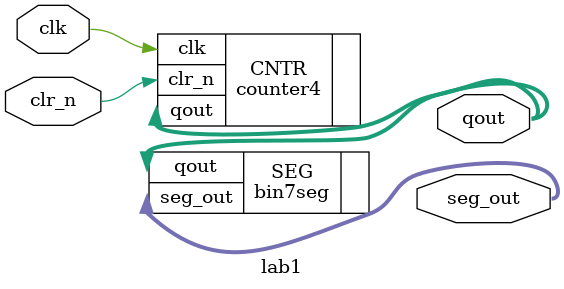
<source format=v>
module lab1(clk, clr_n, qout, seg_out);

input clk, clr_n;
output [3:0]  qout;
output [6:0]  seg_out;

// For Simulation

counter4 CNTR (.clk(clk), .clr_n(clr_n), .qout(qout));	
bin7seg SEG (.qout(qout), .seg_out(seg_out));


// FPGA implementation
/*
wire clk_1hz;

clk_div CDIV(.clk(clk),  .clr_n(clr_n), .clk_1hz(clk_1hz));
counter4 CNTR (.clk(clk_1hz), .clr_n(clr_n), .qout(qout));
bin7seg SEG (.qout(qout), .seg_out(seg_out));
*/
endmodule

</source>
